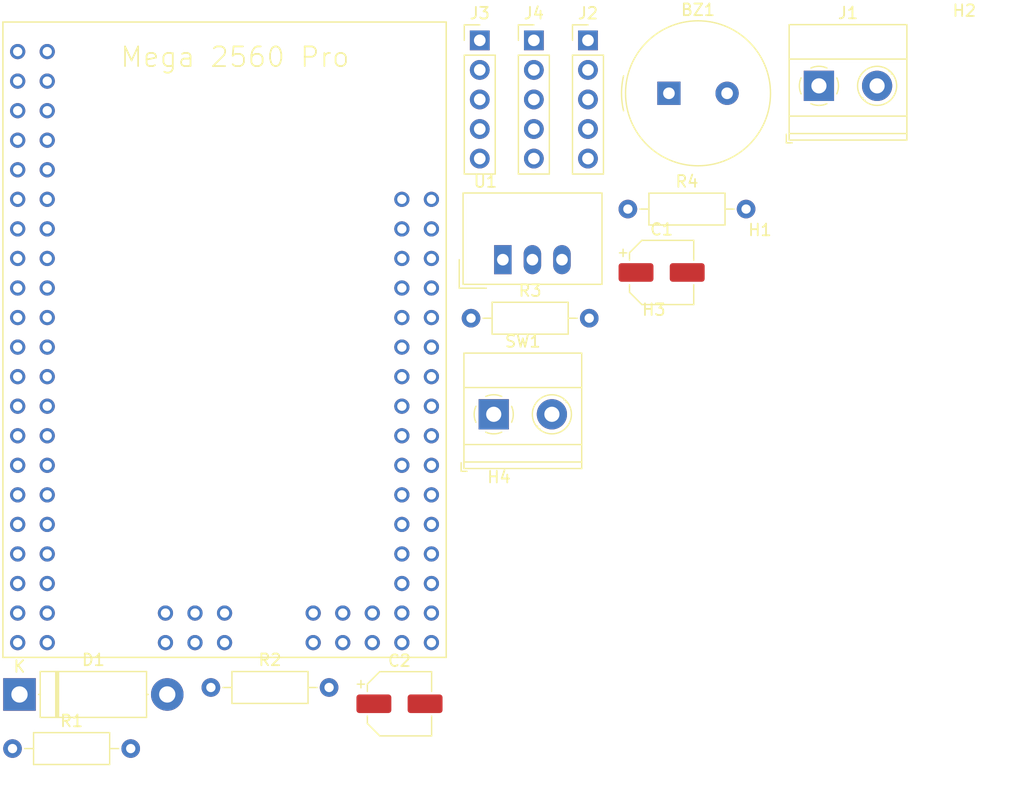
<source format=kicad_pcb>
(kicad_pcb (version 20211014) (generator pcbnew)
  (layers (0 "F.Cu" signal) (31 "B.Cu" signal) (34 "B.Paste" user) (35 "F.Paste" user) (36 "B.SilkS" user "B.Silkscreen") (37 "F.SilkS" user "F.Silkscreen") (38 "B.Mask" user) (39 "F.Mask" user) (44 "Edge.Cuts" user))
  (net 0 "")
  (net 3 "GND")
  (net 4 "+5V")
  (net 11 "SWITCH")
  (net 12 "ECHO1")
  (net 13 "TRIG1")
  (net 14 "ECHO2")
  (net 15 "TRIG2")
  (net 16 "ECHO3")
  (net 17 "TRIG3")
  (net 19 "LED1")
  (net 20 "LED2")
  (net 21 "LED3")
  (net 22 "BUZZER")
  (net 85 "Net-(BZ1-Pad1)")
  (net 86 "VCC")
  (net 87 "Net-(D1-Pad2)")
  (net 88 "Net-(R1-Pad1)")
  (net 89 "Net-(J3-Pad2)")
  (net 90 "Net-(J4-Pad2)")
  (footprint "TerminalBlock_Phoenix:TerminalBlock_Phoenix_MKDS-1,5-2_1x02_P5.00mm_Horizontal" (layer "F.Cu") (at 131.185 80.715)
    (fp_text reference "SW1" (at 2.5 -6.26) (layer "F.SilkS"))
    (fp_text value "MC-38")
    (fp_line (start -2.8 4.9) (end -2.3 4.9) (layer "F.SilkS") (width 0.12))
    (fp_line (start -2.56 2.6) (end 7.56 2.6) (layer "F.SilkS") (width 0.12))
    (fp_line (start -2.8 4.16) (end -2.8 4.9) (layer "F.SilkS") (width 0.12))
    (fp_line (start 3.966 1.239) (end 3.931 1.274) (layer "F.SilkS") (width 0.12))
    (fp_line (start -2.56 4.1) (end 7.56 4.1) (layer "F.SilkS") (width 0.12))
    (fp_line (start 7.56 -5.261) (end 7.56 4.66) (layer "F.SilkS") (width 0.12))
    (fp_line (start 6.07 -1.275) (end 6.035 -1.239) (layer "F.SilkS") (width 0.12))
    (fp_line (start -2.56 4.66) (end 7.56 4.66) (layer "F.SilkS") (width 0.12))
    (fp_line (start 3.773 1.023) (end 3.726 1.069) (layer "F.SilkS") (width 0.12))
    (fp_line (start -2.56 -5.261) (end 7.56 -5.261) (layer "F.SilkS") (width 0.12))
    (fp_line (start -2.56 -5.261) (end -2.56 4.66) (layer "F.SilkS") (width 0.12))
    (fp_line (start -2.56 -2.301) (end 7.56 -2.301) (layer "F.SilkS") (width 0.12))
    (fp_line (start 6.275 -1.069) (end 6.228 -1.023) (layer "F.SilkS") (width 0.12))
    (fp_arc (start -0.683042 -1.535427) (mid 0.000524 -1.680501) (end 0.684 -1.535) (layer "F.SilkS") (width 0.12))
    (fp_arc (start 0.028805 1.680253) (mid -0.335551 1.646659) (end -0.684 1.535) (layer "F.SilkS") (width 0.12))
    (fp_arc (start 1.535427 -0.683042) (mid 1.680501 0.000524) (end 1.535 0.684) (layer "F.SilkS") (width 0.12))
    (fp_arc (start -1.535427 0.683042) (mid -1.680501 -0.000524) (end -1.535 -0.684) (layer "F.SilkS") (width 0.12))
    (fp_arc (start 0.683318 1.534756) (mid 0.349292 1.643288) (end 0 1.68) (layer "F.SilkS") (width 0.12))
    (fp_circle (center 5 0) (end 6.68 0) (layer "F.SilkS") (width 0.12) (fill none))
    (pad "1" thru_hole rect (at 0 0) (size 2.6 2.6) (drill 1.3) (layers *.Cu *.Mask) (net 11 "SWITCH"))
    (pad "2" thru_hole circle (at 5 0) (size 2.6 2.6) (drill 1.3) (layers *.Cu *.Mask) (net 3 "GND"))
  )
  (footprint "Resistor_THT:R_Axial_DIN0207_L6.3mm_D2.5mm_P10.16mm_Horizontal" (layer "F.Cu") (at 89.825 109.445)
    (fp_text reference "R1" (at 5.08 -2.37) (layer "F.SilkS"))
    (fp_text value "1k")
    (fp_line (start 1.81 1.37) (end 8.35 1.37) (layer "F.SilkS") (width 0.12))
    (fp_line (start 9.12 0) (end 8.35 0) (layer "F.SilkS") (width 0.12))
    (fp_line (start 1.04 0) (end 1.81 0) (layer "F.SilkS") (width 0.12))
    (fp_line (start 8.35 1.37) (end 8.35 -1.37) (layer "F.SilkS") (width 0.12))
    (fp_line (start 1.81 -1.37) (end 1.81 1.37) (layer "F.SilkS") (width 0.12))
    (fp_line (start 8.35 -1.37) (end 1.81 -1.37) (layer "F.SilkS") (width 0.12))
    (pad "1" thru_hole circle (at 0 0) (size 1.6 1.6) (drill 0.8) (layers *.Cu *.Mask) (net 88 "Net-(R1-Pad1)"))
    (pad "2" thru_hole oval (at 10.16 0) (size 1.6 1.6) (drill 0.8) (layers *.Cu *.Mask) (net 19 "LED1"))
  )
  (footprint "3D modeliai:MEGAPROMINI" (layer "F.Cu") (at 89 47)
    (fp_text reference "111" hide)
    (fp_text value "MEGAPROMINI" hide)
    (fp_text user "Mega 2560 Pro" (at 10 4) (layer "F.SilkS") (effects (font (size 1.6891 1.6891) (thickness 0.14224)) (justify left bottom)))
    (fp_line (start 0 54.61) (end 0 0) (layer "F.SilkS") (width 0.127))
    (fp_line (start 38.1 0) (end 38.1 54.61) (layer "F.SilkS") (width 0.127))
    (fp_line (start 0 0) (end 38.1 0) (layer "F.SilkS") (width 0.127))
    (fp_line (start 38.1 54.61) (end 0 54.61) (layer "F.SilkS") (width 0.127))
    (pad "P$1" thru_hole circle locked (at 3.81 2.54) (size 1.308 1.308) (drill 0.8) (layers *.Cu *.Mask))
    (pad "P$2" thru_hole circle locked (at 1.27 2.54) (size 1.308 1.308) (drill 0.8) (layers *.Cu *.Mask))
    (pad "P$3" thru_hole circle locked (at 3.81 5.08) (size 1.308 1.308) (drill 0.8) (layers *.Cu *.Mask) (net 3 "GND"))
    (pad "P$4" thru_hole circle locked (at 1.27 5.08) (size 1.308 1.308) (drill 0.8) (layers *.Cu *.Mask) (net 3 "GND"))
    (pad "P$5" thru_hole circle locked (at 3.81 7.62) (size 1.308 1.308) (drill 0.8) (layers *.Cu *.Mask) (net 4 "+5V"))
    (pad "P$6" thru_hole circle locked (at 1.27 7.62) (size 1.308 1.308) (drill 0.8) (layers *.Cu *.Mask) (net 4 "+5V"))
    (pad "P$7" thru_hole circle locked (at 3.81 10.16) (size 1.308 1.308) (drill 0.8) (layers *.Cu *.Mask))
    (pad "P$8" thru_hole circle locked (at 1.27 10.16) (size 1.308 1.308) (drill 0.8) (layers *.Cu *.Mask))
    (pad "P$9" thru_hole circle locked (at 3.81 12.7) (size 1.308 1.308) (drill 0.8) (layers *.Cu *.Mask))
    (pad "P$10" thru_hole circle locked (at 1.27 12.7) (size 1.308 1.308) (drill 0.8) (layers *.Cu *.Mask))
    (pad "P$11" thru_hole circle locked (at 3.81 15.24) (size 1.308 1.308) (drill 0.8) (layers *.Cu *.Mask))
    (pad "P$12" thru_hole circle locked (at 1.27 15.24) (size 1.308 1.308) (drill 0.8) (layers *.Cu *.Mask))
    (pad "P$13" thru_hole circle locked (at 3.81 17.78) (size 1.308 1.308) (drill 0.8) (layers *.Cu *.Mask) (net 11 "SWITCH"))
    (pad "P$14" thru_hole circle locked (at 1.27 17.78) (size 1.308 1.308) (drill 0.8) (layers *.Cu *.Mask) (net 12 "ECHO1"))
    (pad "P$15" thru_hole circle locked (at 3.81 20.32) (size 1.308 1.308) (drill 0.8) (layers *.Cu *.Mask) (net 13 "TRIG1"))
    (pad "P$16" thru_hole circle locked (at 1.27 20.32) (size 1.308 1.308) (drill 0.8) (layers *.Cu *.Mask) (net 14 "ECHO2"))
    (pad "P$17" thru_hole circle locked (at 3.81 22.86) (size 1.308 1.308) (drill 0.8) (layers *.Cu *.Mask) (net 15 "TRIG2"))
    (pad "P$18" thru_hole circle locked (at 1.27 22.86) (size 1.308 1.308) (drill 0.8) (layers *.Cu *.Mask) (net 16 "ECHO3"))
    (pad "P$19" thru_hole circle locked (at 3.81 25.4) (size 1.308 1.308) (drill 0.8) (layers *.Cu *.Mask) (net 17 "TRIG3"))
    (pad "P$20" thru_hole circle locked (at 1.27 25.4) (size 1.308 1.308) (drill 0.8) (layers *.Cu *.Mask))
    (pad "P$21" thru_hole circle locked (at 3.81 27.94) (size 1.308 1.308) (drill 0.8) (layers *.Cu *.Mask) (net 19 "LED1"))
    (pad "P$22" thru_hole circle locked (at 1.27 27.94) (size 1.308 1.308) (drill 0.8) (layers *.Cu *.Mask) (net 20 "LED2"))
    (pad "P$23" thru_hole circle locked (at 3.81 30.48) (size 1.308 1.308) (drill 0.8) (layers *.Cu *.Mask) (net 21 "LED3"))
    (pad "P$24" thru_hole circle locked (at 1.27 30.48) (size 1.308 1.308) (drill 0.8) (layers *.Cu *.Mask) (net 22 "BUZZER"))
    (pad "P$25" thru_hole circle locked (at 3.81 33.02) (size 1.308 1.308) (drill 0.8) (layers *.Cu *.Mask))
    (pad "P$26" thru_hole circle locked (at 1.27 33.02) (size 1.308 1.308) (drill 0.8) (layers *.Cu *.Mask))
    (pad "P$27" thru_hole circle locked (at 3.81 35.56) (size 1.308 1.308) (drill 0.8) (layers *.Cu *.Mask))
    (pad "P$28" thru_hole circle locked (at 1.27 35.56) (size 1.308 1.308) (drill 0.8) (layers *.Cu *.Mask))
    (pad "P$29" thru_hole circle locked (at 3.81 38.1) (size 1.308 1.308) (drill 0.8) (layers *.Cu *.Mask))
    (pad "P$30" thru_hole circle locked (at 1.27 38.1) (size 1.308 1.308) (drill 0.8) (layers *.Cu *.Mask))
    (pad "P$31" thru_hole circle locked (at 3.81 40.64) (size 1.308 1.308) (drill 0.8) (layers *.Cu *.Mask))
    (pad "P$32" thru_hole circle locked (at 1.27 40.64) (size 1.308 1.308) (drill 0.8) (layers *.Cu *.Mask))
    (pad "P$33" thru_hole circle locked (at 3.81 43.18) (size 1.308 1.308) (drill 0.8) (layers *.Cu *.Mask))
    (pad "P$34" thru_hole circle locked (at 1.27 43.18) (size 1.308 1.308) (drill 0.8) (layers *.Cu *.Mask))
    (pad "P$35" thru_hole circle locked (at 3.81 45.72) (size 1.308 1.308) (drill 0.8) (layers *.Cu *.Mask))
    (pad "P$36" thru_hole circle locked (at 1.27 45.72) (size 1.308 1.308) (drill 0.8) (layers *.Cu *.Mask))
    (pad "P$37" thru_hole circle locked (at 3.81 48.26) (size 1.308 1.308) (drill 0.8) (layers *.Cu *.Mask))
    (pad "P$38" thru_hole circle locked (at 1.27 48.26) (size 1.308 1.308) (drill 0.8) (layers *.Cu *.Mask))
    (pad "P$39" thru_hole circle locked (at 3.81 50.8) (size 1.308 1.308) (drill 0.8) (layers *.Cu *.Mask))
    (pad "P$40" thru_hole circle locked (at 1.27 50.8) (size 1.308 1.308) (drill 0.8) (layers *.Cu *.Mask))
    (pad "P$41" thru_hole circle locked (at 3.81 53.34) (size 1.308 1.308) (drill 0.8) (layers *.Cu *.Mask))
    (pad "P$42" thru_hole circle locked (at 1.27 53.34) (size 1.308 1.308) (drill 0.8) (layers *.Cu *.Mask))
    (pad "P$43" thru_hole circle locked (at 36.83 15.24) (size 1.308 1.308) (drill 0.8) (layers *.Cu *.Mask))
    (pad "P$44" thru_hole circle locked (at 34.29 15.24) (size 1.308 1.308) (drill 0.8) (layers *.Cu *.Mask))
    (pad "P$45" thru_hole circle locked (at 36.83 17.78) (size 1.308 1.308) (drill 0.8) (layers *.Cu *.Mask))
    (pad "P$46" thru_hole circle locked (at 34.29 17.78) (size 1.308 1.308) (drill 0.8) (layers *.Cu *.Mask))
    (pad "P$47" thru_hole circle locked (at 36.83 20.32) (size 1.308 1.308) (drill 0.8) (layers *.Cu *.Mask))
    (pad "P$48" thru_hole circle locked (at 34.29 20.32) (size 1.308 1.308) (drill 0.8) (layers *.Cu *.Mask))
    (pad "P$49" thru_hole circle locked (at 36.83 22.86) (size 1.308 1.308) (drill 0.8) (layers *.Cu *.Mask))
    (pad "P$50" thru_hole circle locked (at 34.29 22.86) (size 1.308 1.308) (drill 0.8) (layers *.Cu *.Mask))
    (pad "P$51" thru_hole circle locked (at 36.83 25.4) (size 1.308 1.308) (drill 0.8) (layers *.Cu *.Mask))
    (pad "P$52" thru_hole circle locked (at 34.29 25.4) (size 1.308 1.308) (drill 0.8) (layers *.Cu *.Mask))
    (pad "P$53" thru_hole circle locked (at 36.83 27.94) (size 1.308 1.308) (drill 0.8) (layers *.Cu *.Mask))
    (pad "P$54" thru_hole circle locked (at 34.29 27.94) (size 1.308 1.308) (drill 0.8) (layers *.Cu *.Mask))
    (pad "P$55" thru_hole circle locked (at 36.83 30.48) (size 1.308 1.308) (drill 0.8) (layers *.Cu *.Mask))
    (pad "P$56" thru_hole circle locked (at 34.29 30.48) (size 1.308 1.308) (drill 0.8) (layers *.Cu *.Mask))
    (pad "P$57" thru_hole circle locked (at 36.83 33.02) (size 1.308 1.308) (drill 0.8) (layers *.Cu *.Mask))
    (pad "P$58" thru_hole circle locked (at 34.29 33.02) (size 1.308 1.308) (drill 0.8) (layers *.Cu *.Mask))
    (pad "P$59" thru_hole circle locked (at 36.83 35.56) (size 1.308 1.308) (drill 0.8) (layers *.Cu *.Mask))
    (pad "P$60" thru_hole circle locked (at 34.29 35.56) (size 1.308 1.308) (drill 0.8) (layers *.Cu *.Mask))
    (pad "P$61" thru_hole circle locked (at 36.83 38.1) (size 1.308 1.308) (drill 0.8) (layers *.Cu *.Mask))
    (pad "P$62" thru_hole circle locked (at 34.29 38.1) (size 1.308 1.308) (drill 0.8) (layers *.Cu *.Mask))
    (pad "P$63" thru_hole circle locked (at 36.83 40.64) (size 1.308 1.308) (drill 0.8) (layers *.Cu *.Mask))
    (pad "P$64" thru_hole circle locked (at 34.29 40.64) (size 1.308 1.308) (drill 0.8) (layers *.Cu *.Mask))
    (pad "P$65" thru_hole circle locked (at 36.83 43.18) (size 1.308 1.308) (drill 0.8) (layers *.Cu *.Mask))
    (pad "P$66" thru_hole circle locked (at 34.29 43.18) (size 1.308 1.308) (drill 0.8) (layers *.Cu *.Mask))
    (pad "P$67" thru_hole circle locked (at 36.83 45.72) (size 1.308 1.308) (drill 0.8) (layers *.Cu *.Mask))
    (pad "P$68" thru_hole circle locked (at 34.29 45.72) (size 1.308 1.308) (drill 0.8) (layers *.Cu *.Mask))
    (pad "P$69" thru_hole circle locked (at 36.83 48.26) (size 1.308 1.308) (drill 0.8) (layers *.Cu *.Mask))
    (pad "P$70" thru_hole circle locked (at 34.29 48.26) (size 1.308 1.308) (drill 0.8) (layers *.Cu *.Mask))
    (pad "P$71" thru_hole circle locked (at 36.83 50.8) (size 1.308 1.308) (drill 0.8) (layers *.Cu *.Mask))
    (pad "P$72" thru_hole circle locked (at 34.29 50.8) (size 1.308 1.308) (drill 0.8) (layers *.Cu *.Mask))
    (pad "P$73" thru_hole circle locked (at 36.83 53.34) (size 1.308 1.308) (drill 0.8) (layers *.Cu *.Mask))
    (pad "P$74" thru_hole circle locked (at 34.29 53.34) (size 1.308 1.308) (drill 0.8) (layers *.Cu *.Mask))
    (pad "P$75" thru_hole circle locked (at 31.75 53.34) (size 1.308 1.308) (drill 0.8) (layers *.Cu *.Mask))
    (pad "P$76" thru_hole circle locked (at 31.75 50.8) (size 1.308 1.308) (drill 0.8) (layers *.Cu *.Mask))
    (pad "P$77" thru_hole circle locked (at 29.21 53.34) (size 1.308 1.308) (drill 0.8) (layers *.Cu *.Mask))
    (pad "P$78" thru_hole circle locked (at 29.21 50.8) (size 1.308 1.308) (drill 0.8) (layers *.Cu *.Mask))
    (pad "P$79" thru_hole circle locked (at 26.67 53.34) (size 1.308 1.308) (drill 0.8) (layers *.Cu *.Mask))
    (pad "P$80" thru_hole circle locked (at 26.67 50.8) (size 1.308 1.308) (drill 0.8) (layers *.Cu *.Mask))
    (pad "P$81" thru_hole circle locked (at 19.05 53.34) (size 1.308 1.308) (drill 0.8) (layers *.Cu *.Mask))
    (pad "P$82" thru_hole circle locked (at 19.05 50.8) (size 1.308 1.308) (drill 0.8) (layers *.Cu *.Mask))
    (pad "P$83" thru_hole circle locked (at 16.51 53.34) (size 1.308 1.308) (drill 0.8) (layers *.Cu *.Mask))
    (pad "P$84" thru_hole circle locked (at 16.51 50.8) (size 1.308 1.308) (drill 0.8) (layers *.Cu *.Mask))
    (pad "P$85" thru_hole circle locked (at 13.97 53.34) (size 1.308 1.308) (drill 0.8) (layers *.Cu *.Mask))
    (pad "P$86" thru_hole circle locked (at 13.97 50.8) (size 1.308 1.308) (drill 0.8) (layers *.Cu *.Mask))
  )
  (footprint "MountingHole:MountingHole_3.2mm_M3" (layer "F.Cu") (at 154.065 69.075)
    (fp_text reference "H1" (at 0 -4.2) (layer "F.SilkS"))
    (fp_text value "MountingHole")
    (pad "" np_thru_hole circle (at 0 0) (size 3.2 3.2) (drill 3.2) (layers *.Cu *.Mask))
  )
  (footprint "Resistor_THT:R_Axial_DIN0207_L6.3mm_D2.5mm_P10.16mm_Horizontal" (layer "F.Cu") (at 106.875 104.195)
    (fp_text reference "R2" (at 5.08 -2.37) (layer "F.SilkS"))
    (fp_text value "1k")
    (fp_line (start 8.35 1.37) (end 8.35 -1.37) (layer "F.SilkS") (width 0.12))
    (fp_line (start 1.04 0) (end 1.81 0) (layer "F.SilkS") (width 0.12))
    (fp_line (start 1.81 1.37) (end 8.35 1.37) (layer "F.SilkS") (width 0.12))
    (fp_line (start 8.35 -1.37) (end 1.81 -1.37) (layer "F.SilkS") (width 0.12))
    (fp_line (start 9.12 0) (end 8.35 0) (layer "F.SilkS") (width 0.12))
    (fp_line (start 1.81 -1.37) (end 1.81 1.37) (layer "F.SilkS") (width 0.12))
    (pad "1" thru_hole circle (at 0 0) (size 1.6 1.6) (drill 0.8) (layers *.Cu *.Mask) (net 89 "Net-(J3-Pad2)"))
    (pad "2" thru_hole oval (at 10.16 0) (size 1.6 1.6) (drill 0.8) (layers *.Cu *.Mask) (net 20 "LED2"))
  )
  (footprint "MountingHole:MountingHole_3.2mm_M3" (layer "F.Cu") (at 131.635 90.315)
    (fp_text reference "H4" (at 0 -4.2) (layer "F.SilkS"))
    (fp_text value "MountingHole")
    (pad "" np_thru_hole circle (at 0 0) (size 3.2 3.2) (drill 3.2) (layers *.Cu *.Mask))
  )
  (footprint "TerminalBlock_Phoenix:TerminalBlock_Phoenix_MKDS-1,5-2_1x02_P5.00mm_Horizontal" (layer "F.Cu") (at 159.135 52.485)
    (fp_text reference "J1" (at 2.5 -6.26) (layer "F.SilkS"))
    (fp_text value "Screw_Terminal_01x02")
    (fp_line (start 7.56 -5.261) (end 7.56 4.66) (layer "F.SilkS") (width 0.12))
    (fp_line (start 6.275 -1.069) (end 6.228 -1.023) (layer "F.SilkS") (width 0.12))
    (fp_line (start -2.56 4.1) (end 7.56 4.1) (layer "F.SilkS") (width 0.12))
    (fp_line (start -2.8 4.16) (end -2.8 4.9) (layer "F.SilkS") (width 0.12))
    (fp_line (start 3.773 1.023) (end 3.726 1.069) (layer "F.SilkS") (width 0.12))
    (fp_line (start 6.07 -1.275) (end 6.035 -1.239) (layer "F.SilkS") (width 0.12))
    (fp_line (start -2.56 4.66) (end 7.56 4.66) (layer "F.SilkS") (width 0.12))
    (fp_line (start 3.966 1.239) (end 3.931 1.274) (layer "F.SilkS") (width 0.12))
    (fp_line (start -2.56 -2.301) (end 7.56 -2.301) (layer "F.SilkS") (width 0.12))
    (fp_line (start -2.56 -5.261) (end -2.56 4.66) (layer "F.SilkS") (width 0.12))
    (fp_line (start -2.8 4.9) (end -2.3 4.9) (layer "F.SilkS") (width 0.12))
    (fp_line (start -2.56 2.6) (end 7.56 2.6) (layer "F.SilkS") (width 0.12))
    (fp_line (start -2.56 -5.261) (end 7.56 -5.261) (layer "F.SilkS") (width 0.12))
    (fp_arc (start -1.535427 0.683042) (mid -1.680501 -0.000524) (end -1.535 -0.684) (layer "F.SilkS") (width 0.12))
    (fp_arc (start 0.028805 1.680253) (mid -0.335551 1.646659) (end -0.684 1.535) (layer "F.SilkS") (width 0.12))
    (fp_arc (start -0.683042 -1.535427) (mid 0.000524 -1.680501) (end 0.684 -1.535) (layer "F.SilkS") (width 0.12))
    (fp_arc (start 1.535427 -0.683042) (mid 1.680501 0.000524) (end 1.535 0.684) (layer "F.SilkS") (width 0.12))
    (fp_arc (start 0.683318 1.534756) (mid 0.349292 1.643288) (end 0 1.68) (layer "F.SilkS") (width 0.12))
    (fp_circle (center 5 0) (end 6.68 0) (layer "F.SilkS") (width 0.12) (fill none))
    (pad "1" thru_hole rect (at 0 0) (size 2.6 2.6) (drill 1.3) (layers *.Cu *.Mask) (net 3 "GND"))
    (pad "2" thru_hole circle (at 5 0) (size 2.6 2.6) (drill 1.3) (layers *.Cu *.Mask) (net 87 "Net-(D1-Pad2)"))
  )
  (footprint "Converter_DCDC:Converter_DCDC_TRACO_TSR-1_THT" (layer "F.Cu") (at 131.97 67.425)
    (fp_text reference "U1" (at -1.5 -6.71) (layer "F.SilkS"))
    (fp_text value "TSR_1-2450")
    (fp_line (start 8.52 -5.73) (end 8.52 2.12) (layer "F.SilkS") (width 0.12))
    (fp_line (start -3.42 -5.73) (end 8.52 -5.73) (layer "F.SilkS") (width 0.12))
    (fp_line (start 8.52 2.12) (end -3.42 2.12) (layer "F.SilkS") (width 0.12))
    (fp_line (start -3.75 0) (end -3.75 2.45) (layer "F.SilkS") (width 0.12))
    (fp_line (start -3.42 2.12) (end -3.42 -5.73) (layer "F.SilkS") (width 0.12))
    (fp_line (start -3.75 2.45) (end -1.42 2.45) (layer "F.SilkS") (width 0.12))
    (pad "1" thru_hole rect (at 0 0) (size 1.5 2.5) (drill 1) (layers *.Cu *.Mask) (net 86 "VCC"))
    (pad "2" thru_hole oval (at 2.54 0) (size 1.5 2.5) (drill 1) (layers *.Cu *.Mask) (net 3 "GND"))
    (pad "3" thru_hole oval (at 5.08 0) (size 1.5 2.5) (drill 1) (layers *.Cu *.Mask) (net 4 "+5V"))
  )
  (footprint "Resistor_THT:R_Axial_DIN0207_L6.3mm_D2.5mm_P10.16mm_Horizontal" (layer "F.Cu") (at 142.715 63.075)
    (fp_text reference "R4" (at 5.08 -2.37) (layer "F.SilkS"))
    (fp_text value "100R")
    (fp_line (start 1.81 1.37) (end 8.35 1.37) (layer "F.SilkS") (width 0.12))
    (fp_line (start 1.04 0) (end 1.81 0) (layer "F.SilkS") (width 0.12))
    (fp_line (start 8.35 1.37) (end 8.35 -1.37) (layer "F.SilkS") (width 0.12))
    (fp_line (start 8.35 -1.37) (end 1.81 -1.37) (layer "F.SilkS") (width 0.12))
    (fp_line (start 9.12 0) (end 8.35 0) (layer "F.SilkS") (width 0.12))
    (fp_line (start 1.81 -1.37) (end 1.81 1.37) (layer "F.SilkS") (width 0.12))
    (pad "1" thru_hole circle (at 0 0) (size 1.6 1.6) (drill 0.8) (layers *.Cu *.Mask) (net 22 "BUZZER"))
    (pad "2" thru_hole oval (at 10.16 0) (size 1.6 1.6) (drill 0.8) (layers *.Cu *.Mask) (net 85 "Net-(BZ1-Pad1)"))
  )
  (footprint "MountingHole:MountingHole_3.2mm_M3" (layer "F.Cu") (at 171.635 50.225)
    (fp_text reference "H2" (at 0 -4.2) (layer "F.SilkS"))
    (fp_text value "MountingHole")
    (pad "" np_thru_hole circle (at 0 0) (size 3.2 3.2) (drill 3.2) (layers *.Cu *.Mask))
  )
  (footprint "Buzzer_Beeper:Buzzer_TDK_PS1240P02BT_D12.2mm_H6.5mm" (layer "F.Cu") (at 146.243431 53.125)
    (fp_text reference "BZ1" (at 2.5 -7.17) (layer "F.SilkS"))
    (fp_text value "Buzzer")
    (fp_arc (start -3.9 1.499999) (mid -4.073431 -0.000001) (end -3.9 -1.5) (layer "F.SilkS") (width 0.12))
    (fp_circle (center 2.5 0) (end 8.73 0) (layer "F.SilkS") (width 0.12) (fill none))
    (pad "1" thru_hole rect (at 0 0) (size 2 2) (drill 1) (layers *.Cu *.Mask) (net 85 "Net-(BZ1-Pad1)"))
    (pad "2" thru_hole circle (at 5 0) (size 2 2) (drill 1) (layers *.Cu *.Mask) (net 3 "GND"))
  )
  (footprint "Diode_THT:D_5W_P12.70mm_Horizontal" (layer "F.Cu") (at 90.425 104.795)
    (fp_text reference "D1" (at 6.35 -2.97) (layer "F.SilkS"))
    (fp_text value "D_Schottky")
    (fp_text user "K" (at 0 -2.4) (layer "F.SilkS"))
    (fp_line (start 1.64 0) (end 1.78 0) (layer "F.SilkS") (width 0.12))
    (fp_line (start 10.92 -1.97) (end 1.78 -1.97) (layer "F.SilkS") (width 0.12))
    (fp_line (start 1.78 -1.97) (end 1.78 1.97) (layer "F.SilkS") (width 0.12))
    (fp_line (start 3.235 -1.97) (end 3.235 1.97) (layer "F.SilkS") (width 0.12))
    (fp_line (start 11.06 0) (end 10.92 0) (layer "F.SilkS") (width 0.12))
    (fp_line (start 3.115 -1.97) (end 3.115 1.97) (layer "F.SilkS") (width 0.12))
    (fp_line (start 1.78 1.97) (end 10.92 1.97) (layer "F.SilkS") (width 0.12))
    (fp_line (start 3.355 -1.97) (end 3.355 1.97) (layer "F.SilkS") (width 0.12))
    (fp_line (start 10.92 1.97) (end 10.92 -1.97) (layer "F.SilkS") (width 0.12))
    (pad "1" thru_hole rect (at 0 0) (size 2.8 2.8) (drill 1.4) (layers *.Cu *.Mask) (net 86 "VCC"))
    (pad "2" thru_hole oval (at 12.7 0) (size 2.8 2.8) (drill 1.4) (layers *.Cu *.Mask) (net 87 "Net-(D1-Pad2)"))
  )
  (footprint "Connector_PinHeader_2.54mm:PinHeader_1x05_P2.54mm_Vertical" (layer "F.Cu") (at 134.635 48.575)
    (fp_text reference "J4" (at 0 -2.33) (layer "F.SilkS"))
    (fp_text value "Conn_01x05")
    (fp_line (start -1.33 1.27) (end 1.33 1.27) (layer "F.SilkS") (width 0.12))
    (fp_line (start -1.33 0) (end -1.33 -1.33) (layer "F.SilkS") (width 0.12))
    (fp_line (start -1.33 -1.33) (end 0 -1.33) (layer "F.SilkS") (width 0.12))
    (fp_line (start -1.33 1.27) (end -1.33 11.49) (layer "F.SilkS") (width 0.12))
    (fp_line (start 1.33 1.27) (end 1.33 11.49) (layer "F.SilkS") (width 0.12))
    (fp_line (start -1.33 11.49) (end 1.33 11.49) (layer "F.SilkS") (width 0.12))
    (pad "1" thru_hole rect (at 0 0) (size 1.7 1.7) (drill 1) (layers *.Cu *.Mask) (net 4 "+5V"))
    (pad "2" thru_hole oval (at 0 2.54) (size 1.7 1.7) (drill 1) (layers *.Cu *.Mask) (net 90 "Net-(J4-Pad2)"))
    (pad "3" thru_hole oval (at 0 5.08) (size 1.7 1.7) (drill 1) (layers *.Cu *.Mask) (net 16 "ECHO3"))
    (pad "4" thru_hole oval (at 0 7.62) (size 1.7 1.7) (drill 1) (layers *.Cu *.Mask) (net 17 "TRIG3"))
    (pad "5" thru_hole oval (at 0 10.16) (size 1.7 1.7) (drill 1) (layers *.Cu *.Mask) (net 3 "GND"))
  )
  (footprint "Connector_PinHeader_2.54mm:PinHeader_1x05_P2.54mm_Vertical" (layer "F.Cu") (at 129.985 48.575)
    (fp_text reference "J3" (at 0 -2.33) (layer "F.SilkS"))
    (fp_text value "Conn_01x05")
    (fp_line (start -1.33 1.27) (end 1.33 1.27) (layer "F.SilkS") (width 0.12))
    (fp_line (start -1.33 1.27) (end -1.33 11.49) (layer "F.SilkS") (width 0.12))
    (fp_line (start 1.33 1.27) (end 1.33 11.49) (layer "F.SilkS") (width 0.12))
    (fp_line (start -1.33 11.49) (end 1.33 11.49) (layer "F.SilkS") (width 0.12))
    (fp_line (start -1.33 0) (end -1.33 -1.33) (layer "F.SilkS") (width 0.12))
    (fp_line (start -1.33 -1.33) (end 0 -1.33) (layer "F.SilkS") (width 0.12))
    (pad "1" thru_hole rect (at 0 0) (size 1.7 1.7) (drill 1) (layers *.Cu *.Mask) (net 4 "+5V"))
    (pad "2" thru_hole oval (at 0 2.54) (size 1.7 1.7) (drill 1) (layers *.Cu *.Mask) (net 89 "Net-(J3-Pad2)"))
    (pad "3" thru_hole oval (at 0 5.08) (size 1.7 1.7) (drill 1) (layers *.Cu *.Mask) (net 14 "ECHO2"))
    (pad "4" thru_hole oval (at 0 7.62) (size 1.7 1.7) (drill 1) (layers *.Cu *.Mask) (net 15 "TRIG2"))
    (pad "5" thru_hole oval (at 0 10.16) (size 1.7 1.7) (drill 1) (layers *.Cu *.Mask) (net 3 "GND"))
  )
  (footprint "Connector_PinHeader_2.54mm:PinHeader_1x05_P2.54mm_Vertical" (layer "F.Cu") (at 139.285 48.575)
    (fp_text reference "J2" (at 0 -2.33) (layer "F.SilkS"))
    (fp_text value "Conn_01x05")
    (fp_line (start -1.33 1.27) (end -1.33 11.49) (layer "F.SilkS") (width 0.12))
    (fp_line (start 1.33 1.27) (end 1.33 11.49) (layer "F.SilkS") (width 0.12))
    (fp_line (start -1.33 0) (end -1.33 -1.33) (layer "F.SilkS") (width 0.12))
    (fp_line (start -1.33 11.49) (end 1.33 11.49) (layer "F.SilkS") (width 0.12))
    (fp_line (start -1.33 -1.33) (end 0 -1.33) (layer "F.SilkS") (width 0.12))
    (fp_line (start -1.33 1.27) (end 1.33 1.27) (layer "F.SilkS") (width 0.12))
    (pad "1" thru_hole rect (at 0 0) (size 1.7 1.7) (drill 1) (layers *.Cu *.Mask) (net 4 "+5V"))
    (pad "2" thru_hole oval (at 0 2.54) (size 1.7 1.7) (drill 1) (layers *.Cu *.Mask) (net 88 "Net-(R1-Pad1)"))
    (pad "3" thru_hole oval (at 0 5.08) (size 1.7 1.7) (drill 1) (layers *.Cu *.Mask) (net 12 "ECHO1"))
    (pad "4" thru_hole oval (at 0 7.62) (size 1.7 1.7) (drill 1) (layers *.Cu *.Mask) (net 13 "TRIG1"))
    (pad "5" thru_hole oval (at 0 10.16) (size 1.7 1.7) (drill 1) (layers *.Cu *.Mask) (net 3 "GND"))
  )
  (footprint "Capacitor_SMD:CP_Elec_5x5.8" (layer "F.Cu") (at 145.615 68.525)
    (fp_text reference "C1" (at 0 -3.7) (layer "F.SilkS"))
    (fp_text value "22uF")
    (fp_line (start 2.76 2.76) (end 2.76 1.06) (layer "F.SilkS") (width 0.12))
    (fp_line (start -3.3125 -1.9975) (end -3.3125 -1.3725) (layer "F.SilkS") (width 0.12))
    (fp_line (start -2.76 -1.695563) (end -2.76 -1.06) (layer "F.SilkS") (width 0.12))
    (fp_line (start 2.76 -2.76) (end 2.76 -1.06) (layer "F.SilkS") (width 0.12))
    (fp_line (start -2.76 1.695563) (end -2.76 1.06) (layer "F.SilkS") (width 0.12))
    (fp_line (start -2.76 -1.695563) (end -1.695563 -2.76) (layer "F.SilkS") (width 0.12))
    (fp_line (start -3.625 -1.685) (end -3 -1.685) (layer "F.SilkS") (width 0.12))
    (fp_line (start -1.695563 -2.76) (end 2.76 -2.76) (layer "F.SilkS") (width 0.12))
    (fp_line (start -1.695563 2.76) (end 2.76 2.76) (layer "F.SilkS") (width 0.12))
    (fp_line (start -2.76 1.695563) (end -1.695563 2.76) (layer "F.SilkS") (width 0.12))
    (pad "1" smd roundrect (at -2.2 0) (size 3 1.6) (layers "F.Cu" "F.Paste" "F.Mask") (roundrect_rratio 0.15625) (net 86 "VCC"))
    (pad "2" smd roundrect (at 2.2 0) (size 3 1.6) (layers "F.Cu" "F.Paste" "F.Mask") (roundrect_rratio 0.15625) (net 3 "GND"))
  )
  (footprint "Capacitor_SMD:CP_Elec_5x5.8" (layer "F.Cu") (at 123.085 105.595)
    (fp_text reference "C2" (at 0 -3.7) (layer "F.SilkS"))
    (fp_text value "22uF")
    (fp_line (start -1.695563 -2.76) (end 2.76 -2.76) (layer "F.SilkS") (width 0.12))
    (fp_line (start -3.3125 -1.9975) (end -3.3125 -1.3725) (layer "F.SilkS") (width 0.12))
    (fp_line (start -2.76 -1.695563) (end -1.695563 -2.76) (layer "F.SilkS") (width 0.12))
    (fp_line (start -1.695563 2.76) (end 2.76 2.76) (layer "F.SilkS") (width 0.12))
    (fp_line (start -2.76 -1.695563) (end -2.76 -1.06) (layer "F.SilkS") (width 0.12))
    (fp_line (start -2.76 1.695563) (end -2.76 1.06) (layer "F.SilkS") (width 0.12))
    (fp_line (start -2.76 1.695563) (end -1.695563 2.76) (layer "F.SilkS") (width 0.12))
    (fp_line (start 2.76 -2.76) (end 2.76 -1.06) (layer "F.SilkS") (width 0.12))
    (fp_line (start 2.76 2.76) (end 2.76 1.06) (layer "F.SilkS") (width 0.12))
    (fp_line (start -3.625 -1.685) (end -3 -1.685) (layer "F.SilkS") (width 0.12))
    (pad "1" smd roundrect (at -2.2 0) (size 3 1.6) (layers "F.Cu" "F.Paste" "F.Mask") (roundrect_rratio 0.15625) (net 4 "+5V"))
    (pad "2" smd roundrect (at 2.2 0) (size 3 1.6) (layers "F.Cu" "F.Paste" "F.Mask") (roundrect_rratio 0.15625) (net 3 "GND"))
  )
  (footprint "MountingHole:MountingHole_3.2mm_M3" (layer "F.Cu") (at 144.945 75.925)
    (fp_text reference "H3" (at 0 -4.2) (layer "F.SilkS"))
    (fp_text value "MountingHole")
    (pad "" np_thru_hole circle (at 0 0) (size 3.2 3.2) (drill 3.2) (layers *.Cu *.Mask))
  )
  (footprint "Resistor_THT:R_Axial_DIN0207_L6.3mm_D2.5mm_P10.16mm_Horizontal" (layer "F.Cu") (at 129.235 72.455)
    (fp_text reference "R3" (at 5.08 -2.37) (layer "F.SilkS"))
    (fp_text value "1k")
    (fp_line (start 1.81 1.37) (end 8.35 1.37) (layer "F.SilkS") (width 0.12))
    (fp_line (start 1.04 0) (end 1.81 0) (layer "F.SilkS") (width 0.12))
    (fp_line (start 1.81 -1.37) (end 1.81 1.37) (layer "F.SilkS") (width 0.12))
    (fp_line (start 8.35 1.37) (end 8.35 -1.37) (layer "F.SilkS") (width 0.12))
    (fp_line (start 8.35 -1.37) (end 1.81 -1.37) (layer "F.SilkS") (width 0.12))
    (fp_line (start 9.12 0) (end 8.35 0) (layer "F.SilkS") (width 0.12))
    (pad "1" thru_hole circle (at 0 0) (size 1.6 1.6) (drill 0.8) (layers *.Cu *.Mask) (net 90 "Net-(J4-Pad2)"))
    (pad "2" thru_hole oval (at 10.16 0) (size 1.6 1.6) (drill 0.8) (layers *.Cu *.Mask) (net 21 "LED3"))
  )
)
</source>
